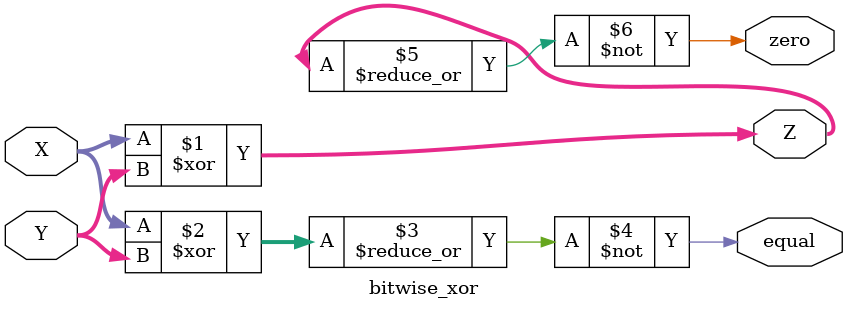
<source format=v>
`timescale 1ns / 1ps
`default_nettype none //helps catch typo-related bugs
module bitwise_xor(X, Y, Z, equal, zero);

	//parameter definitions

	//port definitions - customize for different bit widths
	input wire [31:0] X, Y;
	output wire [31:0] Z;
	output wire equal, zero;
	
	//module body
	assign Z = X ^ Y;
	assign equal = ~(|(X ^ Y));
	assign zero = ~(|Z);
	
endmodule
`default_nettype wire //some Xilinx IP requires that the default_nettype be set to wire

</source>
